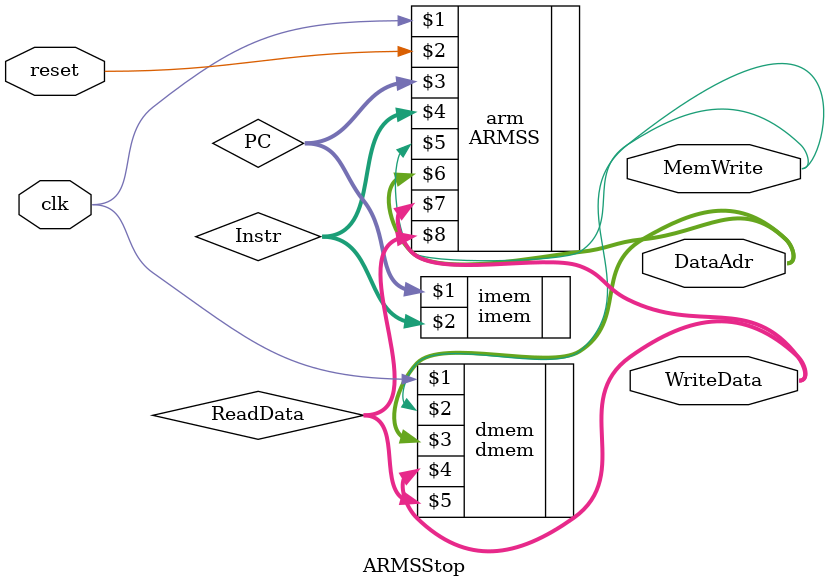
<source format=sv>
module ARMSStop (
  input   logic       clk, reset,
  output  logic [31:0] WriteData, DataAdr,
  output  logic       MemWrite
);

  logic [31:0] PC, Instr, ReadData;

  // instantiate processor and memories
  ARMSS arm(clk, reset, PC, Instr, MemWrite, DataAdr, WriteData, ReadData);
  imem  imem(PC, Instr);
  dmem  dmem(clk, MemWrite, DataAdr, WriteData, ReadData);

  // so cocotb will output the wave file in the tests directory
  `ifdef  COCOTB_SIM 
  initial
   begin
      $dumpfile("wave_sv.vcd");
      $dumpvars(
        clk,
        reset,
        WriteData,
        DataAdr,
        MemWrite
      );
      #5;
   end
  `endif

endmodule

</source>
